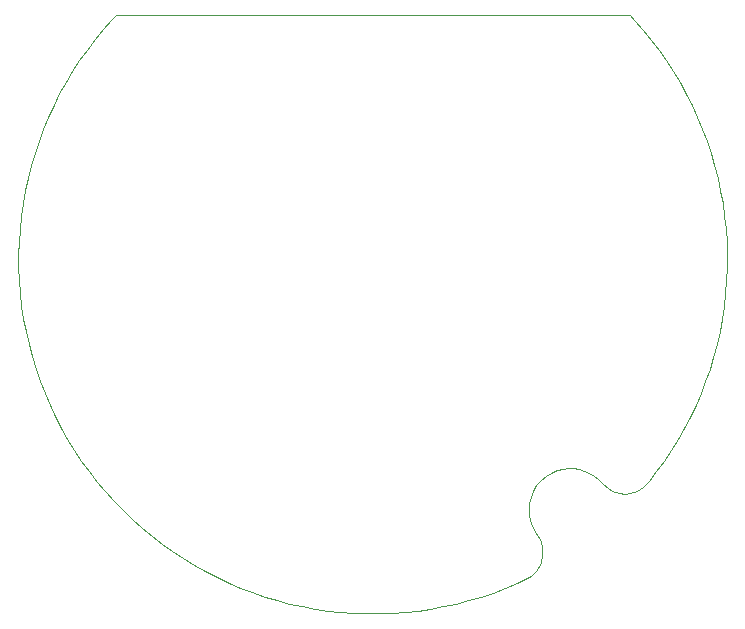
<source format=gbr>
%TF.GenerationSoftware,KiCad,Pcbnew,8.0.6*%
%TF.CreationDate,2024-11-01T20:33:52-04:00*%
%TF.ProjectId,FlexGlO,466c6578-476c-44f2-9e6b-696361645f70,rev?*%
%TF.SameCoordinates,Original*%
%TF.FileFunction,Profile,NP*%
%FSLAX46Y46*%
G04 Gerber Fmt 4.6, Leading zero omitted, Abs format (unit mm)*
G04 Created by KiCad (PCBNEW 8.0.6) date 2024-11-01 20:33:52*
%MOMM*%
%LPD*%
G01*
G04 APERTURE LIST*
%TA.AperFunction,Profile*%
%ADD10C,0.100000*%
%TD*%
G04 APERTURE END LIST*
D10*
X141760000Y-79350000D02*
X142134159Y-79747852D01*
X142856712Y-80567007D01*
X143548967Y-81411922D01*
X144210006Y-82281476D01*
X144838954Y-83174518D01*
X145434976Y-84089863D01*
X145997283Y-85026297D01*
X146525128Y-85982580D01*
X147017813Y-86957444D01*
X147474684Y-87949597D01*
X147895136Y-88957723D01*
X148278611Y-89980487D01*
X148624601Y-91016532D01*
X148932647Y-92064485D01*
X149202342Y-93122957D01*
X149433327Y-94190545D01*
X149625296Y-95265834D01*
X149777995Y-96347398D01*
X149891221Y-97433804D01*
X149964825Y-98523612D01*
X149998709Y-99615377D01*
X149992828Y-100707651D01*
X149947189Y-101798988D01*
X149861853Y-102887940D01*
X149736934Y-103973063D01*
X149572597Y-105052920D01*
X149369059Y-106126080D01*
X149126591Y-107191118D01*
X148845514Y-108246625D01*
X148526200Y-109291200D01*
X148169073Y-110323459D01*
X147774606Y-111342034D01*
X147343323Y-112345574D01*
X146875794Y-113332749D01*
X146372639Y-114302251D01*
X145834526Y-115252794D01*
X145262168Y-116183119D01*
X144656323Y-117091992D01*
X144017795Y-117978209D01*
X143420000Y-118760000D01*
X142910000Y-119330000D01*
X142340000Y-119640000D01*
X141780000Y-119810000D01*
X141330000Y-119850000D01*
X140840000Y-119810000D01*
X140280000Y-119630000D01*
X139900000Y-119400000D01*
X139480000Y-119020000D01*
X139050000Y-118600000D01*
X138700000Y-118330000D01*
X138320000Y-118090000D01*
X137910000Y-117900000D01*
X137430000Y-117780000D01*
X136980000Y-117700000D01*
X136580000Y-117700000D01*
X136140000Y-117740000D01*
X135630000Y-117880000D01*
X135100000Y-118070000D01*
X134670000Y-118340000D01*
X134250000Y-118680000D01*
X133860000Y-119140000D01*
X133550000Y-119660000D01*
X133380000Y-120120000D01*
X133240000Y-120640000D01*
X133200000Y-121200000D01*
X133240000Y-121710000D01*
X133410000Y-122380000D01*
X133720000Y-123070000D01*
X134140000Y-123710000D01*
X134330000Y-124280000D01*
X134380000Y-124970000D01*
X134220000Y-125750000D01*
X133850000Y-126380000D01*
X133410000Y-126830000D01*
X132860000Y-127100000D01*
X132191872Y-127412200D01*
X131185927Y-127837843D01*
X130165154Y-128226586D01*
X129130906Y-128577912D01*
X128084555Y-128891356D01*
X127027487Y-129166503D01*
X125961104Y-129402988D01*
X124886819Y-129600498D01*
X123806056Y-129758770D01*
X122720248Y-129877596D01*
X121630834Y-129956817D01*
X120539259Y-129996328D01*
X119446968Y-129996077D01*
X118355411Y-129956065D01*
X117266034Y-129876344D01*
X116180281Y-129757020D01*
X115099591Y-129598251D01*
X114025396Y-129400248D01*
X112959122Y-129163273D01*
X111902181Y-128887641D01*
X110855973Y-128573716D01*
X109821887Y-128221915D01*
X108801293Y-127832704D01*
X107795543Y-127406600D01*
X106805970Y-126944166D01*
X105833888Y-126446016D01*
X104880583Y-125912810D01*
X103947320Y-125345255D01*
X103035336Y-124744103D01*
X102145839Y-124110152D01*
X101280010Y-123444241D01*
X100438994Y-122747254D01*
X99623909Y-122020113D01*
X98835832Y-121263784D01*
X98075811Y-120479268D01*
X97344851Y-119667605D01*
X96643922Y-118829872D01*
X95973952Y-117967179D01*
X95335831Y-117080669D01*
X94730404Y-116171518D01*
X94158473Y-115240930D01*
X93620796Y-114290140D01*
X93118087Y-113320407D01*
X92651012Y-112333017D01*
X92220189Y-111329279D01*
X91826190Y-110310524D01*
X91469537Y-109278101D01*
X91150703Y-108233379D01*
X90870110Y-107177744D01*
X90628131Y-106112594D01*
X90425086Y-105039341D01*
X90261245Y-103959409D01*
X90136824Y-102874228D01*
X90051988Y-101785237D01*
X90006851Y-100693880D01*
X90001471Y-99601603D01*
X90035856Y-98509853D01*
X90109960Y-97420080D01*
X90223685Y-96333726D01*
X90376881Y-95252232D01*
X90569344Y-94177031D01*
X90800819Y-93109549D01*
X91070999Y-92051201D01*
X91379527Y-91003390D01*
X91725993Y-89967504D01*
X92109937Y-88944916D01*
X92530852Y-87936983D01*
X92988178Y-86945040D01*
X93481311Y-85970402D01*
X94009595Y-85014362D01*
X94572332Y-84078186D01*
X95168774Y-83163115D01*
X95798132Y-82270362D01*
X96459571Y-81401111D01*
X97152214Y-80556514D01*
X97875143Y-79737691D01*
X98249484Y-79340011D01*
X141760000Y-79350000D01*
M02*

</source>
